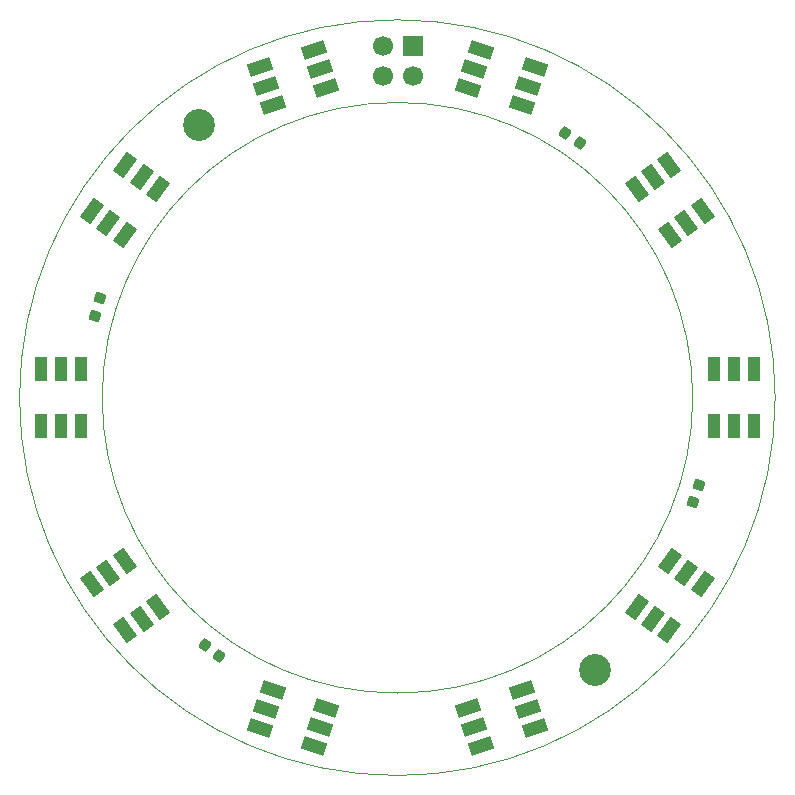
<source format=gbr>
%TF.GenerationSoftware,KiCad,Pcbnew,9.0.5*%
%TF.CreationDate,2025-12-07T22:18:13-05:00*%
%TF.ProjectId,LED_PCB,4c45445f-5043-4422-9e6b-696361645f70,rev?*%
%TF.SameCoordinates,Original*%
%TF.FileFunction,Soldermask,Top*%
%TF.FilePolarity,Negative*%
%FSLAX46Y46*%
G04 Gerber Fmt 4.6, Leading zero omitted, Abs format (unit mm)*
G04 Created by KiCad (PCBNEW 9.0.5) date 2025-12-07 22:18:13*
%MOMM*%
%LPD*%
G01*
G04 APERTURE LIST*
G04 Aperture macros list*
%AMRoundRect*
0 Rectangle with rounded corners*
0 $1 Rounding radius*
0 $2 $3 $4 $5 $6 $7 $8 $9 X,Y pos of 4 corners*
0 Add a 4 corners polygon primitive as box body*
4,1,4,$2,$3,$4,$5,$6,$7,$8,$9,$2,$3,0*
0 Add four circle primitives for the rounded corners*
1,1,$1+$1,$2,$3*
1,1,$1+$1,$4,$5*
1,1,$1+$1,$6,$7*
1,1,$1+$1,$8,$9*
0 Add four rect primitives between the rounded corners*
20,1,$1+$1,$2,$3,$4,$5,0*
20,1,$1+$1,$4,$5,$6,$7,0*
20,1,$1+$1,$6,$7,$8,$9,0*
20,1,$1+$1,$8,$9,$2,$3,0*%
%AMRotRect*
0 Rectangle, with rotation*
0 The origin of the aperture is its center*
0 $1 length*
0 $2 width*
0 $3 Rotation angle, in degrees counterclockwise*
0 Add horizontal line*
21,1,$1,$2,0,0,$3*%
G04 Aperture macros list end*
%ADD10RotRect,1.100000X2.000000X36.000000*%
%ADD11RoundRect,0.225000X0.328975X0.070003X-0.035083X0.334506X-0.328975X-0.070003X0.035083X-0.334506X0*%
%ADD12C,2.700000*%
%ADD13RoundRect,0.225000X-0.168235X0.291242X-0.307293X-0.136733X0.168235X-0.291242X0.307293X0.136733X0*%
%ADD14RoundRect,0.225000X0.168235X-0.291242X0.307293X0.136733X-0.168235X0.291242X-0.307293X-0.136733X0*%
%ADD15RoundRect,0.225000X-0.328975X-0.070003X0.035083X-0.334506X0.328975X0.070003X-0.035083X0.334506X0*%
%ADD16R,1.100000X2.000000*%
%ADD17RotRect,1.100000X2.000000X252.000000*%
%ADD18RotRect,1.100000X2.000000X324.000000*%
%ADD19RotRect,1.100000X2.000000X288.000000*%
%ADD20RotRect,1.100000X2.000000X72.000000*%
%ADD21RotRect,1.100000X2.000000X216.000000*%
%ADD22RotRect,1.100000X2.000000X144.000000*%
%ADD23RotRect,1.100000X2.000000X108.000000*%
%ADD24R,1.700000X1.700000*%
%ADD25C,1.700000*%
%TA.AperFunction,Profile*%
%ADD26C,0.100000*%
%TD*%
G04 APERTURE END LIST*
D10*
%TO.C,D2*%
X163011628Y-80307244D03*
X161636299Y-81306479D03*
X160260971Y-82305714D03*
X163082340Y-86188996D03*
X164457669Y-85189761D03*
X165832997Y-84190526D03*
%TD*%
D11*
%TO.C,C1*%
X155426988Y-78455534D03*
X154173012Y-77544466D03*
%TD*%
D12*
%TO.C,REF\u002A\u002A*%
X123238120Y-76943016D03*
%TD*%
D13*
%TO.C,C4*%
X114839488Y-91562931D03*
X114360512Y-93037069D03*
%TD*%
D14*
%TO.C,C2*%
X165060511Y-108837068D03*
X165539489Y-107362932D03*
%TD*%
D15*
%TO.C,C3*%
X123673012Y-120944466D03*
X124926988Y-121855534D03*
%TD*%
D16*
%TO.C,D3*%
X170190000Y-97600000D03*
X168490000Y-97600000D03*
X166790000Y-97600000D03*
X166790000Y-102400000D03*
X168490000Y-102400000D03*
X170190000Y-102400000D03*
%TD*%
D12*
%TO.C,REF\u002A\u002A*%
X156741880Y-123056984D03*
%TD*%
D17*
%TO.C,D6*%
X132940223Y-129463547D03*
X133465552Y-127846751D03*
X133990881Y-126229955D03*
X129425809Y-124746673D03*
X128900480Y-126363469D03*
X128375151Y-127980265D03*
%TD*%
D18*
%TO.C,D4*%
X165832997Y-115809474D03*
X164457669Y-114810239D03*
X163082340Y-113811004D03*
X160260971Y-117694286D03*
X161636299Y-118693521D03*
X163011628Y-119692756D03*
%TD*%
D19*
%TO.C,D5*%
X151604849Y-127980266D03*
X151079520Y-126363470D03*
X150554191Y-124746674D03*
X145989119Y-126229956D03*
X146514448Y-127846752D03*
X147039777Y-129463548D03*
%TD*%
D20*
%TO.C,D1*%
X147039777Y-70536453D03*
X146514448Y-72153248D03*
X145989119Y-73770044D03*
X150554191Y-75253325D03*
X151079520Y-73636530D03*
X151604849Y-72019734D03*
%TD*%
D21*
%TO.C,D7*%
X116968372Y-119692756D03*
X118343701Y-118693521D03*
X119719029Y-117694286D03*
X116897660Y-113811004D03*
X115522331Y-114810239D03*
X114147003Y-115809474D03*
%TD*%
D22*
%TO.C,D9*%
X114147003Y-84190526D03*
X115522331Y-85189761D03*
X116897660Y-86188996D03*
X119719029Y-82305714D03*
X118343701Y-81306479D03*
X116968372Y-80307244D03*
%TD*%
D16*
%TO.C,D8*%
X109790000Y-102400000D03*
X111490000Y-102400000D03*
X113190000Y-102400000D03*
X113190000Y-97600000D03*
X111490000Y-97600000D03*
X109790000Y-97600000D03*
%TD*%
D23*
%TO.C,D10*%
X128375151Y-72019734D03*
X128900480Y-73636530D03*
X129425809Y-75253326D03*
X133990881Y-73770044D03*
X133465552Y-72153248D03*
X132940223Y-70536452D03*
%TD*%
D24*
%TO.C,J1*%
X141280000Y-70250000D03*
D25*
X141280000Y-72790000D03*
X138740000Y-70250000D03*
X138740000Y-72790000D03*
%TD*%
D26*
X171980000Y-99990000D02*
G75*
G02*
X108000000Y-99990000I-31990000J0D01*
G01*
X108000000Y-99990000D02*
G75*
G02*
X171980000Y-99990000I31990000J0D01*
G01*
X165000002Y-100000000D02*
G75*
G02*
X114999998Y-100000000I-25000002J0D01*
G01*
X114999998Y-100000000D02*
G75*
G02*
X165000002Y-100000000I25000002J0D01*
G01*
M02*

</source>
